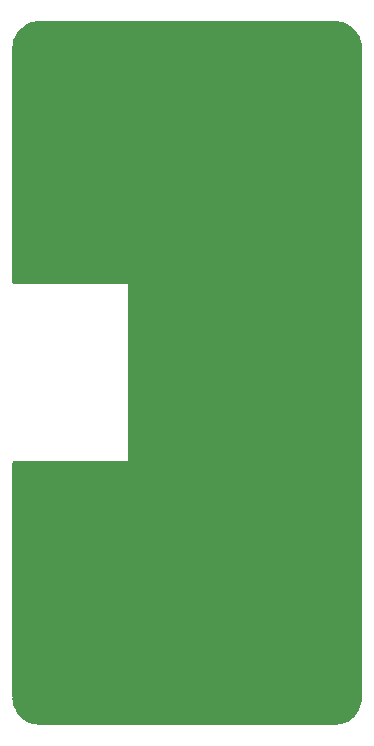
<source format=gbl>
G04 #@! TF.GenerationSoftware,KiCad,Pcbnew,(6.0.9)*
G04 #@! TF.CreationDate,2023-11-11T16:39:11+09:00*
G04 #@! TF.ProjectId,GGBLA125A_Evaluation_Board,4747424c-4131-4323-9541-5f4576616c75,rev?*
G04 #@! TF.SameCoordinates,Original*
G04 #@! TF.FileFunction,Copper,L4,Bot*
G04 #@! TF.FilePolarity,Positive*
%FSLAX46Y46*%
G04 Gerber Fmt 4.6, Leading zero omitted, Abs format (unit mm)*
G04 Created by KiCad (PCBNEW (6.0.9)) date 2023-11-11 16:39:11*
%MOMM*%
%LPD*%
G01*
G04 APERTURE LIST*
G04 #@! TA.AperFunction,SMDPad,CuDef*
%ADD10R,4.200000X1.350000*%
G04 #@! TD*
G04 #@! TA.AperFunction,ViaPad*
%ADD11C,0.600000*%
G04 #@! TD*
G04 APERTURE END LIST*
D10*
X127700000Y-117175000D03*
X127700000Y-122825000D03*
D11*
X126176000Y-123810000D03*
X127700000Y-123810000D03*
X129224000Y-123810000D03*
X126176000Y-116190000D03*
X127700000Y-116190000D03*
X129224000Y-116190000D03*
X129175000Y-121150000D03*
X128550000Y-121150000D03*
X126050000Y-121150000D03*
X127300000Y-121150000D03*
X127925000Y-121150000D03*
X126675000Y-121150000D03*
X129175000Y-118850000D03*
X128550000Y-118850000D03*
X127925000Y-118850000D03*
X127300000Y-118850000D03*
X126675000Y-118850000D03*
X126050000Y-118850000D03*
X122500000Y-114000000D03*
X115000000Y-114000000D03*
X122500000Y-126000000D03*
X115000000Y-126000000D03*
X120500000Y-123000000D03*
X116500000Y-123000000D03*
X124500000Y-123000000D03*
X112500000Y-123000000D03*
X112500000Y-117000000D03*
X116500000Y-117000000D03*
X120500000Y-117000000D03*
X124500000Y-117000000D03*
X115000000Y-100000000D03*
X122500000Y-95000000D03*
X122500000Y-105000000D03*
X115000000Y-110000000D03*
X107500000Y-105000000D03*
X115000000Y-105000000D03*
X122500000Y-110000000D03*
X107500000Y-100000000D03*
X107500000Y-110000000D03*
X122500000Y-100000000D03*
X107500000Y-95000000D03*
X115000000Y-95000000D03*
X107500000Y-145000000D03*
X115000000Y-145000000D03*
X122500000Y-145000000D03*
X122500000Y-140000000D03*
X115000000Y-140000000D03*
X107500000Y-140000000D03*
X107500000Y-135000000D03*
X115000000Y-135000000D03*
X122500000Y-135000000D03*
X122500000Y-130000000D03*
X107500000Y-130000000D03*
X115000000Y-130000000D03*
X101500000Y-148500000D03*
X128500000Y-148500000D03*
X128500000Y-91500000D03*
X101500000Y-91500000D03*
X118810000Y-90790000D03*
X126430000Y-90790000D03*
X123890000Y-90790000D03*
X113730000Y-90790000D03*
X106110000Y-90790000D03*
X108650000Y-90790000D03*
X103570000Y-90790000D03*
X121350000Y-90790000D03*
X111190000Y-90790000D03*
X116270000Y-90790000D03*
X106110000Y-149210000D03*
X111190000Y-149210000D03*
X108650000Y-149210000D03*
X103570000Y-149210000D03*
X121350000Y-149210000D03*
X126430000Y-149210000D03*
X123890000Y-149210000D03*
X118810000Y-149210000D03*
X113730000Y-149210000D03*
X116270000Y-149210000D03*
X129224000Y-113904000D03*
X129224000Y-126096000D03*
X129224000Y-108824000D03*
X129224000Y-93584000D03*
X129224000Y-101204000D03*
X129224000Y-106284000D03*
X129224000Y-96124000D03*
X129224000Y-98664000D03*
X129224000Y-103744000D03*
X129224000Y-111364000D03*
X129224000Y-131176000D03*
X129224000Y-146416000D03*
X129224000Y-138796000D03*
X129224000Y-133716000D03*
X129224000Y-143876000D03*
X129224000Y-141336000D03*
X129224000Y-136256000D03*
X129224000Y-128636000D03*
X100776000Y-93584000D03*
X100776000Y-108824000D03*
X100776000Y-101204000D03*
X100776000Y-96124000D03*
X100776000Y-106284000D03*
X100776000Y-103744000D03*
X100776000Y-98664000D03*
X100776000Y-143876000D03*
X100776000Y-141336000D03*
X100776000Y-138796000D03*
X100776000Y-146416000D03*
X100776000Y-136256000D03*
X100776000Y-133716000D03*
X100776000Y-131176000D03*
X100776000Y-128636000D03*
X100776000Y-111364000D03*
X122375000Y-120850000D03*
X111775000Y-121000000D03*
X124250000Y-119150000D03*
X116125000Y-120850000D03*
X103350000Y-127800000D03*
X123000000Y-119150000D03*
X104650000Y-127800000D03*
X107900000Y-112200000D03*
X110300000Y-122800000D03*
X110550000Y-121175000D03*
X102700000Y-127800000D03*
X114875000Y-119150000D03*
X110300000Y-115250000D03*
X110300000Y-116550000D03*
X116125000Y-119150000D03*
X121750000Y-120850000D03*
X114250000Y-119150000D03*
X115500000Y-119150000D03*
X121125000Y-120850000D03*
X112750000Y-119150000D03*
X110300000Y-123450000D03*
X116750000Y-119150000D03*
X107900000Y-127800000D03*
X110300000Y-114600000D03*
X118000000Y-119150000D03*
X106600000Y-127800000D03*
X103350000Y-112200000D03*
X107250000Y-112200000D03*
X118625000Y-119150000D03*
X105300000Y-127800000D03*
X110300000Y-125400000D03*
X114875000Y-120850000D03*
X119875000Y-120850000D03*
X120500000Y-119150000D03*
X121125000Y-119150000D03*
X110300000Y-127350000D03*
X119250000Y-120850000D03*
X108550000Y-112200000D03*
X101400000Y-127800000D03*
X112125000Y-119150000D03*
X124250000Y-120850000D03*
X113500000Y-118450000D03*
X110300000Y-126700000D03*
X110300000Y-115900000D03*
X110300000Y-126050000D03*
X111550000Y-118875000D03*
X104000000Y-127800000D03*
X110300000Y-124100000D03*
X102050000Y-112200000D03*
X110300000Y-113950000D03*
X113000000Y-120850000D03*
X118000000Y-120850000D03*
X112375000Y-120850000D03*
X106600000Y-112200000D03*
X105950000Y-127800000D03*
X113625000Y-120850000D03*
X105300000Y-112200000D03*
X123625000Y-119150000D03*
X104000000Y-112200000D03*
X110925000Y-118825000D03*
X109850000Y-112200000D03*
X124875000Y-120850000D03*
X110300000Y-122150000D03*
X105950000Y-112200000D03*
X102700000Y-112200000D03*
X124875000Y-119150000D03*
X110300000Y-117850000D03*
X119875000Y-119150000D03*
X123625000Y-120850000D03*
X107250000Y-127800000D03*
X110300000Y-124750000D03*
X101400000Y-112200000D03*
X119250000Y-119150000D03*
X125500000Y-119150000D03*
X121750000Y-119150000D03*
X118625000Y-120850000D03*
X123000000Y-120850000D03*
X125500000Y-120850000D03*
X110300000Y-113300000D03*
X109200000Y-112200000D03*
X109850000Y-127800000D03*
X120500000Y-120850000D03*
X104650000Y-112200000D03*
X108550000Y-127800000D03*
X110300000Y-117200000D03*
X116750000Y-120850000D03*
X114250000Y-120850000D03*
X115500000Y-120850000D03*
X110300000Y-112650000D03*
X122375000Y-119150000D03*
X117375000Y-119150000D03*
X102050000Y-127800000D03*
X111175000Y-121175000D03*
X109200000Y-127800000D03*
X117375000Y-120850000D03*
G04 #@! TA.AperFunction,Conductor*
G36*
X127480241Y-90202466D02*
G01*
X127485810Y-90202476D01*
X127499641Y-90205656D01*
X127513483Y-90202523D01*
X127527671Y-90202548D01*
X127527670Y-90203297D01*
X127535610Y-90202654D01*
X127769567Y-90216806D01*
X127784671Y-90218640D01*
X128042808Y-90265945D01*
X128057581Y-90269586D01*
X128308145Y-90347665D01*
X128322363Y-90353057D01*
X128394085Y-90385337D01*
X128561679Y-90460765D01*
X128575152Y-90467836D01*
X128799741Y-90603605D01*
X128812263Y-90612248D01*
X129018857Y-90774104D01*
X129030245Y-90784194D01*
X129215806Y-90969755D01*
X129225896Y-90981143D01*
X129387752Y-91187737D01*
X129396395Y-91200259D01*
X129532164Y-91424848D01*
X129539234Y-91438319D01*
X129615006Y-91606676D01*
X129646941Y-91677633D01*
X129652337Y-91691860D01*
X129730414Y-91942419D01*
X129734055Y-91957192D01*
X129781360Y-92215329D01*
X129783194Y-92230433D01*
X129797319Y-92463939D01*
X129797549Y-92471768D01*
X129797524Y-92485811D01*
X129794344Y-92499641D01*
X129797476Y-92513480D01*
X129797467Y-92518311D01*
X129799500Y-92536504D01*
X129799500Y-147462920D01*
X129797534Y-147480241D01*
X129797524Y-147485810D01*
X129794344Y-147499641D01*
X129797477Y-147513483D01*
X129797452Y-147527671D01*
X129796703Y-147527670D01*
X129797346Y-147535610D01*
X129783194Y-147769567D01*
X129781360Y-147784671D01*
X129734055Y-148042808D01*
X129730414Y-148057581D01*
X129652337Y-148308140D01*
X129646943Y-148322363D01*
X129539235Y-148561679D01*
X129532164Y-148575152D01*
X129396395Y-148799741D01*
X129387752Y-148812263D01*
X129225896Y-149018857D01*
X129215806Y-149030245D01*
X129030245Y-149215806D01*
X129018857Y-149225896D01*
X128812263Y-149387752D01*
X128799741Y-149396395D01*
X128575152Y-149532164D01*
X128561681Y-149539234D01*
X128322363Y-149646943D01*
X128308145Y-149652335D01*
X128070650Y-149726341D01*
X128057581Y-149730414D01*
X128042808Y-149734055D01*
X127784671Y-149781360D01*
X127769567Y-149783194D01*
X127686817Y-149788200D01*
X127536053Y-149797319D01*
X127528232Y-149797549D01*
X127514189Y-149797524D01*
X127500359Y-149794344D01*
X127486520Y-149797476D01*
X127481689Y-149797467D01*
X127463496Y-149799500D01*
X102537080Y-149799500D01*
X102519759Y-149797534D01*
X102514190Y-149797524D01*
X102500359Y-149794344D01*
X102486517Y-149797477D01*
X102472329Y-149797452D01*
X102472330Y-149796703D01*
X102464390Y-149797346D01*
X102230433Y-149783194D01*
X102215329Y-149781360D01*
X101957192Y-149734055D01*
X101942419Y-149730414D01*
X101929350Y-149726341D01*
X101691855Y-149652335D01*
X101677637Y-149646943D01*
X101438319Y-149539234D01*
X101424848Y-149532164D01*
X101200259Y-149396395D01*
X101187737Y-149387752D01*
X100981143Y-149225896D01*
X100969755Y-149215806D01*
X100784194Y-149030245D01*
X100774104Y-149018857D01*
X100612248Y-148812263D01*
X100603605Y-148799741D01*
X100467836Y-148575152D01*
X100460765Y-148561679D01*
X100353057Y-148322363D01*
X100347663Y-148308140D01*
X100269586Y-148057581D01*
X100265945Y-148042808D01*
X100218640Y-147784671D01*
X100216806Y-147769567D01*
X100202692Y-147536242D01*
X100203288Y-147514226D01*
X100204042Y-147507677D01*
X100205655Y-147500718D01*
X100205656Y-147500000D01*
X100203654Y-147491225D01*
X100200500Y-147463210D01*
X100200500Y-127626000D01*
X100220502Y-127557879D01*
X100274158Y-127511386D01*
X100326500Y-127500000D01*
X110000000Y-127500000D01*
X110000000Y-112500000D01*
X100326500Y-112500000D01*
X100258379Y-112479998D01*
X100211886Y-112426342D01*
X100200500Y-112374000D01*
X100200500Y-92537371D01*
X100203755Y-92508918D01*
X100204043Y-92507676D01*
X100204044Y-92507669D01*
X100205655Y-92500718D01*
X100205656Y-92500000D01*
X100204075Y-92493067D01*
X100203283Y-92485993D01*
X100204466Y-92485861D01*
X100202671Y-92464111D01*
X100202682Y-92463939D01*
X100216806Y-92230433D01*
X100218640Y-92215329D01*
X100265945Y-91957192D01*
X100269586Y-91942419D01*
X100347663Y-91691860D01*
X100353059Y-91677633D01*
X100384995Y-91606676D01*
X100460766Y-91438319D01*
X100467836Y-91424848D01*
X100603605Y-91200259D01*
X100612248Y-91187737D01*
X100774104Y-90981143D01*
X100784194Y-90969755D01*
X100969755Y-90784194D01*
X100981143Y-90774104D01*
X101187737Y-90612248D01*
X101200259Y-90603605D01*
X101424848Y-90467836D01*
X101438321Y-90460765D01*
X101605915Y-90385337D01*
X101677637Y-90353057D01*
X101691855Y-90347665D01*
X101942419Y-90269586D01*
X101957192Y-90265945D01*
X102215329Y-90218640D01*
X102230433Y-90216806D01*
X102313183Y-90211800D01*
X102463947Y-90202681D01*
X102471768Y-90202451D01*
X102485811Y-90202476D01*
X102499641Y-90205656D01*
X102513480Y-90202524D01*
X102518311Y-90202533D01*
X102536504Y-90200500D01*
X127462920Y-90200500D01*
X127480241Y-90202466D01*
G37*
G04 #@! TD.AperFunction*
M02*

</source>
